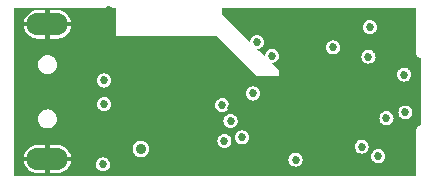
<source format=gbr>
%TF.GenerationSoftware,KiCad,Pcbnew,(6.0.7)*%
%TF.CreationDate,2023-03-11T05:38:16-08:00*%
%TF.ProjectId,ESP_SoC,4553505f-536f-4432-9e6b-696361645f70,rev?*%
%TF.SameCoordinates,Original*%
%TF.FileFunction,Copper,L2,Inr*%
%TF.FilePolarity,Positive*%
%FSLAX46Y46*%
G04 Gerber Fmt 4.6, Leading zero omitted, Abs format (unit mm)*
G04 Created by KiCad (PCBNEW (6.0.7)) date 2023-03-11 05:38:16*
%MOMM*%
%LPD*%
G01*
G04 APERTURE LIST*
%TA.AperFunction,ComponentPad*%
%ADD10O,3.500000X1.900000*%
%TD*%
%TA.AperFunction,ViaPad*%
%ADD11C,0.685800*%
%TD*%
%TA.AperFunction,ViaPad*%
%ADD12C,0.889000*%
%TD*%
G04 APERTURE END LIST*
D10*
%TO.N,GND*%
%TO.C,J1*%
X101600000Y-104450000D03*
X101600000Y-93050000D03*
%TD*%
D11*
%TO.N,+3V3*%
X125800000Y-95000000D03*
X118079000Y-102621000D03*
X116400000Y-99900000D03*
X119337156Y-94518432D03*
X122600000Y-104500000D03*
X116580000Y-102900000D03*
X128900000Y-93300000D03*
X119000000Y-98900000D03*
X120600000Y-95700000D03*
X117100000Y-101226500D03*
%TO.N,GND*%
X117800000Y-93000000D03*
X106800000Y-92700000D03*
X117178019Y-100133500D03*
X104700000Y-104500000D03*
D12*
X122750000Y-98500000D03*
D11*
X131000000Y-94500000D03*
X126700000Y-94500000D03*
X106800000Y-91800000D03*
X112800000Y-94500000D03*
D12*
X124000000Y-99750000D03*
D11*
X106800000Y-93600000D03*
X107800000Y-94500000D03*
D12*
X122750000Y-101000000D03*
D11*
X107700000Y-101100000D03*
X117400000Y-96100000D03*
X115000000Y-101226500D03*
X131000000Y-92300000D03*
X126700000Y-92300000D03*
X113000000Y-97800000D03*
X115300000Y-99900000D03*
D12*
X124000000Y-98500000D03*
D11*
X113800000Y-94500000D03*
X117000000Y-92200000D03*
X109800000Y-94500000D03*
X119875000Y-104499500D03*
X114800000Y-94500000D03*
D12*
X124000000Y-101000000D03*
D11*
X118800000Y-97400000D03*
X108800000Y-94500000D03*
D12*
X125250000Y-98500000D03*
D11*
X106800000Y-94500000D03*
D12*
X122750000Y-99750000D03*
X125250000Y-101000000D03*
D11*
X111800000Y-94500000D03*
X129750000Y-98750000D03*
X118600000Y-93800000D03*
D12*
X125250000Y-99750000D03*
D11*
X108800000Y-97800000D03*
X112800000Y-101226500D03*
X116700000Y-95400000D03*
X110800000Y-94500000D03*
X119875000Y-103000000D03*
X130700000Y-103800000D03*
%TO.N,+5V*%
X106300000Y-104900000D03*
%TO.N,USB_D-*%
X106400000Y-99800000D03*
X129600000Y-104200000D03*
%TO.N,USB_D+*%
X128200000Y-103400000D03*
X106400000Y-97800000D03*
%TO.N,Net-(P1-PadB5)*%
X130300000Y-101000000D03*
%TO.N,Net-(D2-Pad2)*%
X128775000Y-95775000D03*
X131800000Y-97300000D03*
D12*
X109500000Y-103600000D03*
D11*
X131900000Y-100500000D03*
%TD*%
%TA.AperFunction,Conductor*%
%TO.N,GND*%
G36*
X107425459Y-91655333D02*
G01*
X107430292Y-91667017D01*
X107427956Y-93940306D01*
X107427896Y-93998552D01*
X107431154Y-93998572D01*
X107431155Y-93998572D01*
X115943296Y-94049960D01*
X115954777Y-94054707D01*
X118560457Y-96622068D01*
X119350000Y-97400000D01*
X121200000Y-97400000D01*
X121200000Y-97300000D01*
X131201480Y-97300000D01*
X131201621Y-97301071D01*
X131214519Y-97399038D01*
X131221874Y-97454908D01*
X131281666Y-97599260D01*
X131282326Y-97600120D01*
X131282327Y-97600122D01*
X131364331Y-97706991D01*
X131376782Y-97723218D01*
X131377637Y-97723874D01*
X131499878Y-97817673D01*
X131499880Y-97817674D01*
X131500740Y-97818334D01*
X131645092Y-97878126D01*
X131646157Y-97878266D01*
X131646160Y-97878267D01*
X131798929Y-97898379D01*
X131800000Y-97898520D01*
X131801071Y-97898379D01*
X131953840Y-97878267D01*
X131953843Y-97878266D01*
X131954908Y-97878126D01*
X132099260Y-97818334D01*
X132100120Y-97817674D01*
X132100122Y-97817673D01*
X132222363Y-97723874D01*
X132223218Y-97723218D01*
X132235669Y-97706991D01*
X132317673Y-97600122D01*
X132317674Y-97600120D01*
X132318334Y-97599260D01*
X132378126Y-97454908D01*
X132385482Y-97399038D01*
X132398379Y-97301071D01*
X132398520Y-97300000D01*
X132392003Y-97250500D01*
X132378267Y-97146160D01*
X132378266Y-97146157D01*
X132378126Y-97145092D01*
X132318334Y-97000740D01*
X132283561Y-96955422D01*
X132223874Y-96877637D01*
X132223218Y-96876782D01*
X132128257Y-96803916D01*
X132100122Y-96782327D01*
X132100120Y-96782326D01*
X132099260Y-96781666D01*
X131954908Y-96721874D01*
X131953843Y-96721734D01*
X131953840Y-96721733D01*
X131801071Y-96701621D01*
X131800000Y-96701480D01*
X131798929Y-96701621D01*
X131646160Y-96721733D01*
X131646157Y-96721734D01*
X131645092Y-96721874D01*
X131500740Y-96781666D01*
X131499880Y-96782326D01*
X131499878Y-96782327D01*
X131471743Y-96803916D01*
X131376782Y-96876782D01*
X131376126Y-96877637D01*
X131316440Y-96955422D01*
X131281666Y-97000740D01*
X131221874Y-97145092D01*
X131221734Y-97146157D01*
X131221733Y-97146160D01*
X131207997Y-97250500D01*
X131201480Y-97300000D01*
X121200000Y-97300000D01*
X121200000Y-96949990D01*
X120559860Y-96323187D01*
X120554905Y-96311572D01*
X120559615Y-96299854D01*
X120571230Y-96294899D01*
X120573558Y-96295039D01*
X120598929Y-96298379D01*
X120600000Y-96298520D01*
X120601071Y-96298379D01*
X120753840Y-96278267D01*
X120753843Y-96278266D01*
X120754908Y-96278126D01*
X120899260Y-96218334D01*
X120900120Y-96217674D01*
X120900122Y-96217673D01*
X121022363Y-96123874D01*
X121023218Y-96123218D01*
X121118334Y-95999260D01*
X121137063Y-95954045D01*
X121177713Y-95855905D01*
X121178126Y-95854908D01*
X121180995Y-95833121D01*
X121188646Y-95775000D01*
X128176480Y-95775000D01*
X128176621Y-95776071D01*
X128196475Y-95926874D01*
X128196874Y-95929908D01*
X128256666Y-96074260D01*
X128257326Y-96075120D01*
X128257327Y-96075122D01*
X128294736Y-96123874D01*
X128351782Y-96198218D01*
X128352637Y-96198874D01*
X128474878Y-96292673D01*
X128474880Y-96292674D01*
X128475740Y-96293334D01*
X128620092Y-96353126D01*
X128621157Y-96353266D01*
X128621160Y-96353267D01*
X128773929Y-96373379D01*
X128775000Y-96373520D01*
X128776071Y-96373379D01*
X128928840Y-96353267D01*
X128928843Y-96353266D01*
X128929908Y-96353126D01*
X129074260Y-96293334D01*
X129075120Y-96292674D01*
X129075122Y-96292673D01*
X129197363Y-96198874D01*
X129198218Y-96198218D01*
X129255264Y-96123874D01*
X129292673Y-96075122D01*
X129292674Y-96075120D01*
X129293334Y-96074260D01*
X129353126Y-95929908D01*
X129353526Y-95926874D01*
X129373379Y-95776071D01*
X129373520Y-95775000D01*
X129369710Y-95746061D01*
X129353267Y-95621160D01*
X129353266Y-95621157D01*
X129353126Y-95620092D01*
X129313023Y-95523273D01*
X129293750Y-95476744D01*
X129293750Y-95476743D01*
X129293334Y-95475740D01*
X129273200Y-95449500D01*
X129198874Y-95352637D01*
X129198218Y-95351782D01*
X129129770Y-95299260D01*
X129075122Y-95257327D01*
X129075120Y-95257326D01*
X129074260Y-95256666D01*
X128929908Y-95196874D01*
X128928843Y-95196734D01*
X128928840Y-95196733D01*
X128776071Y-95176621D01*
X128775000Y-95176480D01*
X128773929Y-95176621D01*
X128621160Y-95196733D01*
X128621157Y-95196734D01*
X128620092Y-95196874D01*
X128475740Y-95256666D01*
X128474880Y-95257326D01*
X128474878Y-95257327D01*
X128420230Y-95299260D01*
X128351782Y-95351782D01*
X128351126Y-95352637D01*
X128276801Y-95449500D01*
X128256666Y-95475740D01*
X128256250Y-95476743D01*
X128256250Y-95476744D01*
X128236977Y-95523273D01*
X128196874Y-95620092D01*
X128196734Y-95621157D01*
X128196733Y-95621160D01*
X128180290Y-95746061D01*
X128176480Y-95775000D01*
X121188646Y-95775000D01*
X121198379Y-95701071D01*
X121198520Y-95700000D01*
X121194163Y-95666907D01*
X121178267Y-95546160D01*
X121178266Y-95546157D01*
X121178126Y-95545092D01*
X121138531Y-95449500D01*
X121118750Y-95401744D01*
X121118750Y-95401743D01*
X121118334Y-95400740D01*
X121100057Y-95376920D01*
X121023874Y-95277637D01*
X121023218Y-95276782D01*
X120918896Y-95196733D01*
X120900122Y-95182327D01*
X120900120Y-95182326D01*
X120899260Y-95181666D01*
X120832082Y-95153840D01*
X120755905Y-95122287D01*
X120754908Y-95121874D01*
X120753843Y-95121734D01*
X120753840Y-95121733D01*
X120601071Y-95101621D01*
X120600000Y-95101480D01*
X120598929Y-95101621D01*
X120446160Y-95121733D01*
X120446157Y-95121734D01*
X120445092Y-95121874D01*
X120444095Y-95122287D01*
X120367919Y-95153840D01*
X120300740Y-95181666D01*
X120299880Y-95182326D01*
X120299878Y-95182327D01*
X120281104Y-95196733D01*
X120176782Y-95276782D01*
X120176126Y-95277637D01*
X120099944Y-95376920D01*
X120081666Y-95400740D01*
X120081250Y-95401743D01*
X120081250Y-95401744D01*
X120061469Y-95449500D01*
X120021874Y-95545092D01*
X120021734Y-95546157D01*
X120021733Y-95546160D01*
X120005837Y-95666907D01*
X120001480Y-95700000D01*
X120001621Y-95701071D01*
X120006796Y-95740379D01*
X120003527Y-95752578D01*
X119992591Y-95758892D01*
X119980392Y-95755623D01*
X119978893Y-95754322D01*
X119513123Y-95298256D01*
X119353278Y-95141741D01*
X119348323Y-95130126D01*
X119353033Y-95118408D01*
X119362667Y-95113593D01*
X119416496Y-95106507D01*
X119490996Y-95096699D01*
X119490999Y-95096698D01*
X119492064Y-95096558D01*
X119636416Y-95036766D01*
X119637276Y-95036106D01*
X119637278Y-95036105D01*
X119684331Y-95000000D01*
X125201480Y-95000000D01*
X125201621Y-95001071D01*
X125220141Y-95141741D01*
X125221874Y-95154908D01*
X125222287Y-95155905D01*
X125272710Y-95277637D01*
X125281666Y-95299260D01*
X125376782Y-95423218D01*
X125377637Y-95423874D01*
X125499878Y-95517673D01*
X125499880Y-95517674D01*
X125500740Y-95518334D01*
X125501743Y-95518750D01*
X125501744Y-95518750D01*
X125615928Y-95566046D01*
X125645092Y-95578126D01*
X125646157Y-95578266D01*
X125646160Y-95578267D01*
X125798929Y-95598379D01*
X125800000Y-95598520D01*
X125801071Y-95598379D01*
X125953840Y-95578267D01*
X125953843Y-95578266D01*
X125954908Y-95578126D01*
X125984072Y-95566046D01*
X126098256Y-95518750D01*
X126098257Y-95518750D01*
X126099260Y-95518334D01*
X126100120Y-95517674D01*
X126100122Y-95517673D01*
X126222363Y-95423874D01*
X126223218Y-95423218D01*
X126318334Y-95299260D01*
X126327291Y-95277637D01*
X126377713Y-95155905D01*
X126378126Y-95154908D01*
X126379860Y-95141741D01*
X126398379Y-95001071D01*
X126398520Y-95000000D01*
X126398361Y-94998794D01*
X126378267Y-94846160D01*
X126378266Y-94846157D01*
X126378126Y-94845092D01*
X126318334Y-94700740D01*
X126298075Y-94674337D01*
X126223874Y-94577637D01*
X126223218Y-94576782D01*
X126179299Y-94543082D01*
X126100122Y-94482327D01*
X126100120Y-94482326D01*
X126099260Y-94481666D01*
X125954908Y-94421874D01*
X125953843Y-94421734D01*
X125953840Y-94421733D01*
X125801071Y-94401621D01*
X125800000Y-94401480D01*
X125798929Y-94401621D01*
X125646160Y-94421733D01*
X125646157Y-94421734D01*
X125645092Y-94421874D01*
X125500740Y-94481666D01*
X125499880Y-94482326D01*
X125499878Y-94482327D01*
X125420701Y-94543082D01*
X125376782Y-94576782D01*
X125376126Y-94577637D01*
X125301926Y-94674337D01*
X125281666Y-94700740D01*
X125221874Y-94845092D01*
X125221734Y-94846157D01*
X125221733Y-94846160D01*
X125201639Y-94998794D01*
X125201480Y-95000000D01*
X119684331Y-95000000D01*
X119759519Y-94942306D01*
X119760374Y-94941650D01*
X119833646Y-94846160D01*
X119854829Y-94818554D01*
X119854830Y-94818552D01*
X119855490Y-94817692D01*
X119915282Y-94673340D01*
X119928081Y-94576126D01*
X119935535Y-94519503D01*
X119935676Y-94518432D01*
X119930781Y-94481250D01*
X119915423Y-94364592D01*
X119915422Y-94364589D01*
X119915282Y-94363524D01*
X119867861Y-94249038D01*
X119855906Y-94220176D01*
X119855906Y-94220175D01*
X119855490Y-94219172D01*
X119760374Y-94095214D01*
X119701398Y-94049960D01*
X119637278Y-94000759D01*
X119637276Y-94000758D01*
X119636416Y-94000098D01*
X119624763Y-93995271D01*
X119505929Y-93946049D01*
X119492064Y-93940306D01*
X119490999Y-93940166D01*
X119490996Y-93940165D01*
X119338227Y-93920053D01*
X119337156Y-93919912D01*
X119336085Y-93920053D01*
X119183316Y-93940165D01*
X119183313Y-93940166D01*
X119182248Y-93940306D01*
X119168383Y-93946049D01*
X119049550Y-93995271D01*
X119037896Y-94000098D01*
X119037036Y-94000758D01*
X119037034Y-94000759D01*
X118972914Y-94049960D01*
X118913938Y-94095214D01*
X118818822Y-94219172D01*
X118818406Y-94220175D01*
X118818406Y-94220176D01*
X118806451Y-94249038D01*
X118759030Y-94363524D01*
X118758890Y-94364589D01*
X118758889Y-94364592D01*
X118740442Y-94504716D01*
X118734128Y-94515652D01*
X118721929Y-94518921D01*
X118712539Y-94514351D01*
X117472351Y-93300000D01*
X128301480Y-93300000D01*
X128301621Y-93301071D01*
X128313531Y-93391533D01*
X128321874Y-93454908D01*
X128381666Y-93599260D01*
X128476782Y-93723218D01*
X128477637Y-93723874D01*
X128599878Y-93817673D01*
X128599880Y-93817674D01*
X128600740Y-93818334D01*
X128745092Y-93878126D01*
X128746157Y-93878266D01*
X128746160Y-93878267D01*
X128898929Y-93898379D01*
X128900000Y-93898520D01*
X128901071Y-93898379D01*
X129053840Y-93878267D01*
X129053843Y-93878266D01*
X129054908Y-93878126D01*
X129199260Y-93818334D01*
X129200120Y-93817674D01*
X129200122Y-93817673D01*
X129322363Y-93723874D01*
X129323218Y-93723218D01*
X129418334Y-93599260D01*
X129478126Y-93454908D01*
X129486470Y-93391533D01*
X129498379Y-93301071D01*
X129498520Y-93300000D01*
X129488773Y-93225962D01*
X129478267Y-93146160D01*
X129478266Y-93146157D01*
X129478126Y-93145092D01*
X129418334Y-93000740D01*
X129323218Y-92876782D01*
X129306991Y-92864331D01*
X129200122Y-92782327D01*
X129200120Y-92782326D01*
X129199260Y-92781666D01*
X129054908Y-92721874D01*
X129053843Y-92721734D01*
X129053840Y-92721733D01*
X128901071Y-92701621D01*
X128900000Y-92701480D01*
X128898929Y-92701621D01*
X128746160Y-92721733D01*
X128746157Y-92721734D01*
X128745092Y-92721874D01*
X128600740Y-92781666D01*
X128599880Y-92782326D01*
X128599878Y-92782327D01*
X128493009Y-92864331D01*
X128476782Y-92876782D01*
X128381666Y-93000740D01*
X128321874Y-93145092D01*
X128321734Y-93146157D01*
X128321733Y-93146160D01*
X128311227Y-93225962D01*
X128301480Y-93300000D01*
X117472351Y-93300000D01*
X117037537Y-92874245D01*
X116404956Y-92254843D01*
X116400000Y-92243054D01*
X116400000Y-91667000D01*
X116404833Y-91655333D01*
X116416500Y-91650500D01*
X132783000Y-91650500D01*
X132794667Y-91655333D01*
X132799500Y-91667000D01*
X132799500Y-95373701D01*
X132799183Y-95376919D01*
X132794592Y-95400000D01*
X132794909Y-95401594D01*
X132797744Y-95415847D01*
X132797957Y-95417218D01*
X132801277Y-95446683D01*
X132809907Y-95523273D01*
X132810214Y-95524149D01*
X132810214Y-95524151D01*
X132850574Y-95639494D01*
X132850576Y-95639498D01*
X132850879Y-95640364D01*
X132851369Y-95641144D01*
X132851370Y-95641146D01*
X132899111Y-95717125D01*
X132916879Y-95745403D01*
X133004597Y-95833121D01*
X133005385Y-95833616D01*
X133108854Y-95898630D01*
X133108856Y-95898631D01*
X133109636Y-95899121D01*
X133188950Y-95926874D01*
X133198366Y-95935289D01*
X133200000Y-95942448D01*
X133200000Y-101557552D01*
X133195167Y-101569219D01*
X133188951Y-101573125D01*
X133109636Y-101600879D01*
X133108856Y-101601369D01*
X133108854Y-101601370D01*
X133073996Y-101623273D01*
X133004597Y-101666879D01*
X132916879Y-101754597D01*
X132916384Y-101755385D01*
X132856652Y-101850449D01*
X132850879Y-101859636D01*
X132850576Y-101860502D01*
X132850574Y-101860506D01*
X132825165Y-101933121D01*
X132809907Y-101976727D01*
X132809803Y-101977652D01*
X132797957Y-102082782D01*
X132797744Y-102084153D01*
X132794592Y-102100000D01*
X132794909Y-102101594D01*
X132799183Y-102123080D01*
X132799500Y-102126299D01*
X132799500Y-105833000D01*
X132794667Y-105844667D01*
X132783000Y-105849500D01*
X98817000Y-105849500D01*
X98805333Y-105844667D01*
X98800500Y-105833000D01*
X98800500Y-104627320D01*
X99612796Y-104627320D01*
X99635795Y-104761170D01*
X99636185Y-104762622D01*
X99711994Y-104968115D01*
X99712646Y-104969480D01*
X99824628Y-105157706D01*
X99825525Y-105158940D01*
X99969933Y-105323605D01*
X99971032Y-105324648D01*
X100143041Y-105460249D01*
X100144302Y-105461068D01*
X100338146Y-105563054D01*
X100339532Y-105563628D01*
X100548720Y-105628583D01*
X100550182Y-105628894D01*
X100728021Y-105649943D01*
X100728998Y-105650000D01*
X101421717Y-105650000D01*
X101424038Y-105649038D01*
X101425000Y-105646717D01*
X101775000Y-105646717D01*
X101775962Y-105649038D01*
X101778283Y-105650000D01*
X102455569Y-105650000D01*
X102456327Y-105649965D01*
X102618871Y-105635030D01*
X102620343Y-105634757D01*
X102831165Y-105575299D01*
X102832558Y-105574764D01*
X103029007Y-105477886D01*
X103030288Y-105477101D01*
X103205788Y-105346049D01*
X103206914Y-105345034D01*
X103355588Y-105184200D01*
X103356505Y-105183006D01*
X103473387Y-104997759D01*
X103474069Y-104996419D01*
X103512536Y-104900000D01*
X105701480Y-104900000D01*
X105701621Y-104901071D01*
X105717114Y-105018750D01*
X105721874Y-105054908D01*
X105722287Y-105055905D01*
X105739939Y-105098520D01*
X105781666Y-105199260D01*
X105876782Y-105323218D01*
X105877637Y-105323874D01*
X105999878Y-105417673D01*
X105999880Y-105417674D01*
X106000740Y-105418334D01*
X106145092Y-105478126D01*
X106146157Y-105478266D01*
X106146160Y-105478267D01*
X106298929Y-105498379D01*
X106300000Y-105498520D01*
X106301071Y-105498379D01*
X106453840Y-105478267D01*
X106453843Y-105478266D01*
X106454908Y-105478126D01*
X106599260Y-105418334D01*
X106600120Y-105417674D01*
X106600122Y-105417673D01*
X106722363Y-105323874D01*
X106723218Y-105323218D01*
X106818334Y-105199260D01*
X106860062Y-105098520D01*
X106877713Y-105055905D01*
X106878126Y-105054908D01*
X106882887Y-105018750D01*
X106898379Y-104901071D01*
X106898520Y-104900000D01*
X106885371Y-104800122D01*
X106878267Y-104746160D01*
X106878266Y-104746157D01*
X106878126Y-104745092D01*
X106828781Y-104625962D01*
X106818750Y-104601744D01*
X106818750Y-104601743D01*
X106818334Y-104600740D01*
X106741034Y-104500000D01*
X122001480Y-104500000D01*
X122001621Y-104501071D01*
X122018369Y-104628283D01*
X122021874Y-104654908D01*
X122081666Y-104799260D01*
X122176782Y-104923218D01*
X122177637Y-104923874D01*
X122299878Y-105017673D01*
X122299880Y-105017674D01*
X122300740Y-105018334D01*
X122445092Y-105078126D01*
X122446157Y-105078266D01*
X122446160Y-105078267D01*
X122598929Y-105098379D01*
X122600000Y-105098520D01*
X122601071Y-105098379D01*
X122753840Y-105078267D01*
X122753843Y-105078266D01*
X122754908Y-105078126D01*
X122899260Y-105018334D01*
X122900120Y-105017674D01*
X122900122Y-105017673D01*
X123022363Y-104923874D01*
X123023218Y-104923218D01*
X123118334Y-104799260D01*
X123178126Y-104654908D01*
X123181632Y-104628283D01*
X123198379Y-104501071D01*
X123198520Y-104500000D01*
X123182941Y-104381666D01*
X123178267Y-104346160D01*
X123178266Y-104346157D01*
X123178126Y-104345092D01*
X123160120Y-104301621D01*
X123118750Y-104201744D01*
X123118750Y-104201743D01*
X123118334Y-104200740D01*
X123117766Y-104200000D01*
X129001480Y-104200000D01*
X129001621Y-104201071D01*
X129020582Y-104345092D01*
X129021874Y-104354908D01*
X129022287Y-104355905D01*
X129072710Y-104477637D01*
X129081666Y-104499260D01*
X129082326Y-104500120D01*
X129082327Y-104500122D01*
X129158873Y-104599878D01*
X129176782Y-104623218D01*
X129183383Y-104628283D01*
X129299878Y-104717673D01*
X129299880Y-104717674D01*
X129300740Y-104718334D01*
X129301743Y-104718750D01*
X129301744Y-104718750D01*
X129404156Y-104761170D01*
X129445092Y-104778126D01*
X129446157Y-104778266D01*
X129446160Y-104778267D01*
X129598929Y-104798379D01*
X129600000Y-104798520D01*
X129601071Y-104798379D01*
X129753840Y-104778267D01*
X129753843Y-104778266D01*
X129754908Y-104778126D01*
X129795844Y-104761170D01*
X129898256Y-104718750D01*
X129898257Y-104718750D01*
X129899260Y-104718334D01*
X129900120Y-104717674D01*
X129900122Y-104717673D01*
X130016617Y-104628283D01*
X130023218Y-104623218D01*
X130041127Y-104599878D01*
X130117673Y-104500122D01*
X130117674Y-104500120D01*
X130118334Y-104499260D01*
X130127291Y-104477637D01*
X130177713Y-104355905D01*
X130178126Y-104354908D01*
X130179419Y-104345092D01*
X130198379Y-104201071D01*
X130198520Y-104200000D01*
X130190276Y-104137378D01*
X130178267Y-104046160D01*
X130178266Y-104046157D01*
X130178126Y-104045092D01*
X130125622Y-103918334D01*
X130118750Y-103901744D01*
X130118750Y-103901743D01*
X130118334Y-103900740D01*
X130058850Y-103823218D01*
X130023874Y-103777637D01*
X130023218Y-103776782D01*
X129945301Y-103716994D01*
X129900122Y-103682327D01*
X129900120Y-103682326D01*
X129899260Y-103681666D01*
X129754908Y-103621874D01*
X129753843Y-103621734D01*
X129753840Y-103621733D01*
X129601071Y-103601621D01*
X129600000Y-103601480D01*
X129598929Y-103601621D01*
X129446160Y-103621733D01*
X129446157Y-103621734D01*
X129445092Y-103621874D01*
X129300740Y-103681666D01*
X129299880Y-103682326D01*
X129299878Y-103682327D01*
X129254699Y-103716994D01*
X129176782Y-103776782D01*
X129176126Y-103777637D01*
X129141151Y-103823218D01*
X129081666Y-103900740D01*
X129081250Y-103901743D01*
X129081250Y-103901744D01*
X129074378Y-103918334D01*
X129021874Y-104045092D01*
X129021734Y-104046157D01*
X129021733Y-104046160D01*
X129009724Y-104137378D01*
X129001480Y-104200000D01*
X123117766Y-104200000D01*
X123116945Y-104198929D01*
X123023874Y-104077637D01*
X123023218Y-104076782D01*
X122996964Y-104056637D01*
X122900122Y-103982327D01*
X122900120Y-103982326D01*
X122899260Y-103981666D01*
X122754908Y-103921874D01*
X122753843Y-103921734D01*
X122753840Y-103921733D01*
X122601071Y-103901621D01*
X122600000Y-103901480D01*
X122598929Y-103901621D01*
X122446160Y-103921733D01*
X122446157Y-103921734D01*
X122445092Y-103921874D01*
X122300740Y-103981666D01*
X122299880Y-103982326D01*
X122299878Y-103982327D01*
X122203036Y-104056637D01*
X122176782Y-104076782D01*
X122176126Y-104077637D01*
X122083056Y-104198929D01*
X122081666Y-104200740D01*
X122081250Y-104201743D01*
X122081250Y-104201744D01*
X122039880Y-104301621D01*
X122021874Y-104345092D01*
X122021734Y-104346157D01*
X122021733Y-104346160D01*
X122017059Y-104381666D01*
X122001480Y-104500000D01*
X106741034Y-104500000D01*
X106723218Y-104476782D01*
X106706991Y-104464331D01*
X106600122Y-104382327D01*
X106600120Y-104382326D01*
X106599260Y-104381666D01*
X106532082Y-104353840D01*
X106455905Y-104322287D01*
X106454908Y-104321874D01*
X106453843Y-104321734D01*
X106453840Y-104321733D01*
X106301071Y-104301621D01*
X106300000Y-104301480D01*
X106298929Y-104301621D01*
X106146160Y-104321733D01*
X106146157Y-104321734D01*
X106145092Y-104321874D01*
X106144095Y-104322287D01*
X106067919Y-104353840D01*
X106000740Y-104381666D01*
X105999880Y-104382326D01*
X105999878Y-104382327D01*
X105893009Y-104464331D01*
X105876782Y-104476782D01*
X105781666Y-104600740D01*
X105781250Y-104601743D01*
X105781250Y-104601744D01*
X105771219Y-104625962D01*
X105721874Y-104745092D01*
X105721734Y-104746157D01*
X105721733Y-104746160D01*
X105714629Y-104800122D01*
X105701480Y-104900000D01*
X103512536Y-104900000D01*
X103555230Y-104792987D01*
X103555661Y-104791533D01*
X103588147Y-104628219D01*
X103587656Y-104625755D01*
X103586527Y-104625000D01*
X101778283Y-104625000D01*
X101775962Y-104625962D01*
X101775000Y-104628283D01*
X101775000Y-105646717D01*
X101425000Y-105646717D01*
X101425000Y-104628283D01*
X101424038Y-104625962D01*
X101421717Y-104625000D01*
X99615680Y-104625000D01*
X99613359Y-104625962D01*
X99612796Y-104627320D01*
X98800500Y-104627320D01*
X98800500Y-104271781D01*
X99611853Y-104271781D01*
X99612344Y-104274245D01*
X99613473Y-104275000D01*
X101421717Y-104275000D01*
X101424038Y-104274038D01*
X101425000Y-104271717D01*
X101775000Y-104271717D01*
X101775962Y-104274038D01*
X101778283Y-104275000D01*
X103584320Y-104275000D01*
X103586641Y-104274038D01*
X103587204Y-104272680D01*
X103564205Y-104138830D01*
X103563815Y-104137378D01*
X103488006Y-103931885D01*
X103487354Y-103930520D01*
X103375372Y-103742294D01*
X103374475Y-103741060D01*
X103244339Y-103592669D01*
X108799933Y-103592669D01*
X108800042Y-103593657D01*
X108800042Y-103593659D01*
X108800906Y-103601480D01*
X108818393Y-103759870D01*
X108876202Y-103917841D01*
X108970024Y-104057463D01*
X108970758Y-104058131D01*
X108970759Y-104058132D01*
X109032233Y-104114069D01*
X109094442Y-104170675D01*
X109242274Y-104250941D01*
X109243230Y-104251192D01*
X109243233Y-104251193D01*
X109404026Y-104293377D01*
X109404031Y-104293378D01*
X109404985Y-104293628D01*
X109405972Y-104293644D01*
X109405976Y-104293644D01*
X109495574Y-104295051D01*
X109573181Y-104296270D01*
X109680383Y-104271717D01*
X109736188Y-104258936D01*
X109736190Y-104258935D01*
X109737152Y-104258715D01*
X109738032Y-104258273D01*
X109738036Y-104258271D01*
X109886547Y-104183577D01*
X109886546Y-104183577D01*
X109887432Y-104183132D01*
X110015345Y-104073884D01*
X110113507Y-103937278D01*
X110176250Y-103781201D01*
X110179286Y-103759870D01*
X110199875Y-103615197D01*
X110199875Y-103615195D01*
X110199951Y-103614662D01*
X110200105Y-103600000D01*
X110179896Y-103433002D01*
X110120436Y-103275644D01*
X110081766Y-103219379D01*
X110025722Y-103137833D01*
X110025719Y-103137829D01*
X110025157Y-103137012D01*
X110019925Y-103132350D01*
X109900303Y-103025772D01*
X109900304Y-103025772D01*
X109899559Y-103025109D01*
X109890854Y-103020500D01*
X109751776Y-102946862D01*
X109751773Y-102946861D01*
X109750895Y-102946396D01*
X109749932Y-102946154D01*
X109749929Y-102946153D01*
X109588710Y-102905658D01*
X109588709Y-102905658D01*
X109587746Y-102905416D01*
X109497994Y-102904946D01*
X109420521Y-102904540D01*
X109420520Y-102904540D01*
X109419532Y-102904535D01*
X109418571Y-102904766D01*
X109418569Y-102904766D01*
X109415862Y-102905416D01*
X109255963Y-102943804D01*
X109106483Y-103020957D01*
X108979721Y-103131538D01*
X108882995Y-103269165D01*
X108882633Y-103270094D01*
X108823057Y-103422899D01*
X108821890Y-103425891D01*
X108799933Y-103592669D01*
X103244339Y-103592669D01*
X103230067Y-103576395D01*
X103228968Y-103575352D01*
X103056959Y-103439751D01*
X103055698Y-103438932D01*
X102861854Y-103336946D01*
X102860468Y-103336372D01*
X102651280Y-103271417D01*
X102649818Y-103271106D01*
X102471979Y-103250057D01*
X102471002Y-103250000D01*
X101778283Y-103250000D01*
X101775962Y-103250962D01*
X101775000Y-103253283D01*
X101775000Y-104271717D01*
X101425000Y-104271717D01*
X101425000Y-103253283D01*
X101424038Y-103250962D01*
X101421717Y-103250000D01*
X100744431Y-103250000D01*
X100743673Y-103250035D01*
X100581129Y-103264970D01*
X100579657Y-103265243D01*
X100368835Y-103324701D01*
X100367442Y-103325236D01*
X100170993Y-103422114D01*
X100169712Y-103422899D01*
X99994212Y-103553951D01*
X99993086Y-103554966D01*
X99844412Y-103715800D01*
X99843495Y-103716994D01*
X99726613Y-103902241D01*
X99725931Y-103903581D01*
X99644770Y-104107013D01*
X99644339Y-104108467D01*
X99611853Y-104271781D01*
X98800500Y-104271781D01*
X98800500Y-102900000D01*
X115981480Y-102900000D01*
X115981621Y-102901071D01*
X116000467Y-103044218D01*
X116001874Y-103054908D01*
X116061666Y-103199260D01*
X116062326Y-103200120D01*
X116062327Y-103200122D01*
X116144331Y-103306991D01*
X116156782Y-103323218D01*
X116157637Y-103323874D01*
X116279878Y-103417673D01*
X116279880Y-103417674D01*
X116280740Y-103418334D01*
X116281743Y-103418750D01*
X116281744Y-103418750D01*
X116316152Y-103433002D01*
X116425092Y-103478126D01*
X116426157Y-103478266D01*
X116426160Y-103478267D01*
X116578929Y-103498379D01*
X116580000Y-103498520D01*
X116581071Y-103498379D01*
X116733840Y-103478267D01*
X116733843Y-103478266D01*
X116734908Y-103478126D01*
X116843848Y-103433002D01*
X116878256Y-103418750D01*
X116878257Y-103418750D01*
X116879260Y-103418334D01*
X116880120Y-103417674D01*
X116880122Y-103417673D01*
X116903154Y-103400000D01*
X127601480Y-103400000D01*
X127621874Y-103554908D01*
X127681666Y-103699260D01*
X127682326Y-103700120D01*
X127682327Y-103700122D01*
X127743782Y-103780211D01*
X127776782Y-103823218D01*
X127777637Y-103823874D01*
X127899878Y-103917673D01*
X127899880Y-103917674D01*
X127900740Y-103918334D01*
X128045092Y-103978126D01*
X128046157Y-103978266D01*
X128046160Y-103978267D01*
X128198929Y-103998379D01*
X128200000Y-103998520D01*
X128201071Y-103998379D01*
X128353840Y-103978267D01*
X128353843Y-103978266D01*
X128354908Y-103978126D01*
X128499260Y-103918334D01*
X128500120Y-103917674D01*
X128500122Y-103917673D01*
X128622363Y-103823874D01*
X128623218Y-103823218D01*
X128656218Y-103780211D01*
X128717673Y-103700122D01*
X128717674Y-103700120D01*
X128718334Y-103699260D01*
X128778126Y-103554908D01*
X128798520Y-103400000D01*
X128788498Y-103323874D01*
X128778267Y-103246160D01*
X128778266Y-103246157D01*
X128778126Y-103245092D01*
X128718334Y-103100740D01*
X128682347Y-103053840D01*
X128623874Y-102977637D01*
X128623218Y-102976782D01*
X128583618Y-102946396D01*
X128500122Y-102882327D01*
X128500120Y-102882326D01*
X128499260Y-102881666D01*
X128354908Y-102821874D01*
X128353843Y-102821734D01*
X128353840Y-102821733D01*
X128201071Y-102801621D01*
X128200000Y-102801480D01*
X128198929Y-102801621D01*
X128046160Y-102821733D01*
X128046157Y-102821734D01*
X128045092Y-102821874D01*
X127900740Y-102881666D01*
X127899880Y-102882326D01*
X127899878Y-102882327D01*
X127816382Y-102946396D01*
X127776782Y-102976782D01*
X127776126Y-102977637D01*
X127717654Y-103053840D01*
X127681666Y-103100740D01*
X127621874Y-103245092D01*
X127621734Y-103246157D01*
X127621733Y-103246160D01*
X127611502Y-103323874D01*
X127601480Y-103400000D01*
X116903154Y-103400000D01*
X117002363Y-103323874D01*
X117003218Y-103323218D01*
X117015669Y-103306991D01*
X117097673Y-103200122D01*
X117097674Y-103200120D01*
X117098334Y-103199260D01*
X117158126Y-103054908D01*
X117159534Y-103044218D01*
X117178379Y-102901071D01*
X117178520Y-102900000D01*
X117165550Y-102801480D01*
X117158267Y-102746160D01*
X117158266Y-102746157D01*
X117158126Y-102745092D01*
X117106726Y-102621000D01*
X117480480Y-102621000D01*
X117480621Y-102622071D01*
X117496958Y-102746160D01*
X117500874Y-102775908D01*
X117501287Y-102776905D01*
X117554153Y-102904535D01*
X117560666Y-102920260D01*
X117561326Y-102921120D01*
X117561327Y-102921122D01*
X117581078Y-102946862D01*
X117655782Y-103044218D01*
X117656637Y-103044874D01*
X117778878Y-103138673D01*
X117778880Y-103138674D01*
X117779740Y-103139334D01*
X117924092Y-103199126D01*
X117925157Y-103199266D01*
X117925160Y-103199267D01*
X118077929Y-103219379D01*
X118079000Y-103219520D01*
X118080071Y-103219379D01*
X118232840Y-103199267D01*
X118232843Y-103199266D01*
X118233908Y-103199126D01*
X118378260Y-103139334D01*
X118379120Y-103138674D01*
X118379122Y-103138673D01*
X118501363Y-103044874D01*
X118502218Y-103044218D01*
X118576922Y-102946862D01*
X118596673Y-102921122D01*
X118596674Y-102921120D01*
X118597334Y-102920260D01*
X118603848Y-102904535D01*
X118656713Y-102776905D01*
X118657126Y-102775908D01*
X118661043Y-102746160D01*
X118677379Y-102622071D01*
X118677520Y-102621000D01*
X118658646Y-102477637D01*
X118657267Y-102467160D01*
X118657266Y-102467157D01*
X118657126Y-102466092D01*
X118597334Y-102321740D01*
X118581897Y-102301621D01*
X118502874Y-102198637D01*
X118502218Y-102197782D01*
X118485991Y-102185331D01*
X118379122Y-102103327D01*
X118379120Y-102103326D01*
X118378260Y-102102666D01*
X118367976Y-102098406D01*
X118234905Y-102043287D01*
X118233908Y-102042874D01*
X118232843Y-102042734D01*
X118232840Y-102042733D01*
X118080071Y-102022621D01*
X118079000Y-102022480D01*
X118077929Y-102022621D01*
X117925160Y-102042733D01*
X117925157Y-102042734D01*
X117924092Y-102042874D01*
X117923095Y-102043287D01*
X117790025Y-102098406D01*
X117779740Y-102102666D01*
X117778880Y-102103326D01*
X117778878Y-102103327D01*
X117672009Y-102185331D01*
X117655782Y-102197782D01*
X117655126Y-102198637D01*
X117576104Y-102301621D01*
X117560666Y-102321740D01*
X117500874Y-102466092D01*
X117500734Y-102467157D01*
X117500733Y-102467160D01*
X117499354Y-102477637D01*
X117480480Y-102621000D01*
X117106726Y-102621000D01*
X117098334Y-102600740D01*
X117003218Y-102476782D01*
X116986991Y-102464331D01*
X116880122Y-102382327D01*
X116880120Y-102382326D01*
X116879260Y-102381666D01*
X116734908Y-102321874D01*
X116733843Y-102321734D01*
X116733840Y-102321733D01*
X116581071Y-102301621D01*
X116580000Y-102301480D01*
X116578929Y-102301621D01*
X116426160Y-102321733D01*
X116426157Y-102321734D01*
X116425092Y-102321874D01*
X116280740Y-102381666D01*
X116279880Y-102382326D01*
X116279878Y-102382327D01*
X116173009Y-102464331D01*
X116156782Y-102476782D01*
X116061666Y-102600740D01*
X116001874Y-102745092D01*
X116001734Y-102746157D01*
X116001733Y-102746160D01*
X115994450Y-102801480D01*
X115981480Y-102900000D01*
X98800500Y-102900000D01*
X98800500Y-101044376D01*
X100794455Y-101044376D01*
X100813227Y-101222983D01*
X100813524Y-101223855D01*
X100867499Y-101382405D01*
X100871103Y-101392993D01*
X100965206Y-101545955D01*
X100965854Y-101546617D01*
X100965855Y-101546618D01*
X100978869Y-101559907D01*
X101090859Y-101674268D01*
X101173355Y-101727433D01*
X101216728Y-101755385D01*
X101241817Y-101771554D01*
X101317558Y-101799121D01*
X101409714Y-101832664D01*
X101409718Y-101832665D01*
X101410578Y-101832978D01*
X101549283Y-101850500D01*
X101645155Y-101850500D01*
X101645606Y-101850449D01*
X101645613Y-101850449D01*
X101732242Y-101840732D01*
X101778472Y-101835546D01*
X101868449Y-101804213D01*
X101947204Y-101776788D01*
X101947207Y-101776787D01*
X101948073Y-101776485D01*
X101984154Y-101753939D01*
X102099596Y-101681803D01*
X102099597Y-101681802D01*
X102100375Y-101681316D01*
X102106968Y-101674769D01*
X102227151Y-101555422D01*
X102227153Y-101555419D01*
X102227807Y-101554770D01*
X102324037Y-101403136D01*
X102384281Y-101233951D01*
X102385169Y-101226500D01*
X116501480Y-101226500D01*
X116501621Y-101227571D01*
X116511173Y-101300122D01*
X116521874Y-101381408D01*
X116581666Y-101525760D01*
X116582326Y-101526620D01*
X116582327Y-101526622D01*
X116639073Y-101600575D01*
X116676782Y-101649718D01*
X116677637Y-101650374D01*
X116799878Y-101744173D01*
X116799880Y-101744174D01*
X116800740Y-101744834D01*
X116801743Y-101745250D01*
X116801744Y-101745250D01*
X116864034Y-101771051D01*
X116945092Y-101804626D01*
X116946157Y-101804766D01*
X116946160Y-101804767D01*
X117098929Y-101824879D01*
X117100000Y-101825020D01*
X117101071Y-101824879D01*
X117253840Y-101804767D01*
X117253843Y-101804766D01*
X117254908Y-101804626D01*
X117335966Y-101771051D01*
X117398256Y-101745250D01*
X117398257Y-101745250D01*
X117399260Y-101744834D01*
X117400120Y-101744174D01*
X117400122Y-101744173D01*
X117522363Y-101650374D01*
X117523218Y-101649718D01*
X117560927Y-101600575D01*
X117617673Y-101526622D01*
X117617674Y-101526620D01*
X117618334Y-101525760D01*
X117678126Y-101381408D01*
X117688828Y-101300122D01*
X117698379Y-101227571D01*
X117698520Y-101226500D01*
X117679005Y-101078267D01*
X117678267Y-101072660D01*
X117678266Y-101072657D01*
X117678126Y-101071592D01*
X117648472Y-101000000D01*
X129701480Y-101000000D01*
X129721874Y-101154908D01*
X129722287Y-101155905D01*
X129750433Y-101223855D01*
X129781666Y-101299260D01*
X129876782Y-101423218D01*
X129877637Y-101423874D01*
X129999878Y-101517673D01*
X129999880Y-101517674D01*
X130000740Y-101518334D01*
X130001743Y-101518750D01*
X130001744Y-101518750D01*
X130101107Y-101559907D01*
X130145092Y-101578126D01*
X130146157Y-101578266D01*
X130146160Y-101578267D01*
X130298929Y-101598379D01*
X130300000Y-101598520D01*
X130301071Y-101598379D01*
X130453840Y-101578267D01*
X130453843Y-101578266D01*
X130454908Y-101578126D01*
X130498893Y-101559907D01*
X130598256Y-101518750D01*
X130598257Y-101518750D01*
X130599260Y-101518334D01*
X130600120Y-101517674D01*
X130600122Y-101517673D01*
X130722363Y-101423874D01*
X130723218Y-101423218D01*
X130818334Y-101299260D01*
X130849568Y-101223855D01*
X130877713Y-101155905D01*
X130878126Y-101154908D01*
X130898520Y-101000000D01*
X130888941Y-100927240D01*
X130878267Y-100846160D01*
X130878266Y-100846157D01*
X130878126Y-100845092D01*
X130820930Y-100707007D01*
X130818750Y-100701744D01*
X130818750Y-100701743D01*
X130818334Y-100700740D01*
X130814762Y-100696084D01*
X130723874Y-100577637D01*
X130723218Y-100576782D01*
X130694616Y-100554835D01*
X130623154Y-100500000D01*
X131301480Y-100500000D01*
X131301621Y-100501071D01*
X131321014Y-100648374D01*
X131321874Y-100654908D01*
X131322287Y-100655905D01*
X131343128Y-100706219D01*
X131381666Y-100799260D01*
X131382326Y-100800120D01*
X131382327Y-100800122D01*
X131432249Y-100865181D01*
X131476782Y-100923218D01*
X131477637Y-100923874D01*
X131599878Y-101017673D01*
X131599880Y-101017674D01*
X131600740Y-101018334D01*
X131601743Y-101018750D01*
X131601744Y-101018750D01*
X131665828Y-101045294D01*
X131745092Y-101078126D01*
X131746157Y-101078266D01*
X131746160Y-101078267D01*
X131898929Y-101098379D01*
X131900000Y-101098520D01*
X131901071Y-101098379D01*
X132053840Y-101078267D01*
X132053843Y-101078266D01*
X132054908Y-101078126D01*
X132134172Y-101045294D01*
X132198256Y-101018750D01*
X132198257Y-101018750D01*
X132199260Y-101018334D01*
X132200120Y-101017674D01*
X132200122Y-101017673D01*
X132322363Y-100923874D01*
X132323218Y-100923218D01*
X132367751Y-100865181D01*
X132417673Y-100800122D01*
X132417674Y-100800120D01*
X132418334Y-100799260D01*
X132456873Y-100706219D01*
X132477713Y-100655905D01*
X132478126Y-100654908D01*
X132478987Y-100648374D01*
X132498379Y-100501071D01*
X132498520Y-100500000D01*
X132495586Y-100477713D01*
X132478267Y-100346160D01*
X132478266Y-100346157D01*
X132478126Y-100345092D01*
X132427645Y-100223218D01*
X132418750Y-100201744D01*
X132418750Y-100201743D01*
X132418334Y-100200740D01*
X132417199Y-100199260D01*
X132323874Y-100077637D01*
X132323218Y-100076782D01*
X132306991Y-100064331D01*
X132200122Y-99982327D01*
X132200120Y-99982326D01*
X132199260Y-99981666D01*
X132132082Y-99953840D01*
X132055905Y-99922287D01*
X132054908Y-99921874D01*
X132053843Y-99921734D01*
X132053840Y-99921733D01*
X131901071Y-99901621D01*
X131900000Y-99901480D01*
X131898929Y-99901621D01*
X131746160Y-99921733D01*
X131746157Y-99921734D01*
X131745092Y-99921874D01*
X131744095Y-99922287D01*
X131667919Y-99953840D01*
X131600740Y-99981666D01*
X131599880Y-99982326D01*
X131599878Y-99982327D01*
X131493009Y-100064331D01*
X131476782Y-100076782D01*
X131476126Y-100077637D01*
X131382802Y-100199260D01*
X131381666Y-100200740D01*
X131381250Y-100201743D01*
X131381250Y-100201744D01*
X131372355Y-100223218D01*
X131321874Y-100345092D01*
X131321734Y-100346157D01*
X131321733Y-100346160D01*
X131304414Y-100477713D01*
X131301480Y-100500000D01*
X130623154Y-100500000D01*
X130600122Y-100482327D01*
X130600120Y-100482326D01*
X130599260Y-100481666D01*
X130454908Y-100421874D01*
X130453843Y-100421734D01*
X130453840Y-100421733D01*
X130301071Y-100401621D01*
X130300000Y-100401480D01*
X130298929Y-100401621D01*
X130146160Y-100421733D01*
X130146157Y-100421734D01*
X130145092Y-100421874D01*
X130000740Y-100481666D01*
X129999880Y-100482326D01*
X129999878Y-100482327D01*
X129905384Y-100554835D01*
X129876782Y-100576782D01*
X129876126Y-100577637D01*
X129785239Y-100696084D01*
X129781666Y-100700740D01*
X129781250Y-100701743D01*
X129781250Y-100701744D01*
X129779070Y-100707007D01*
X129721874Y-100845092D01*
X129721734Y-100846157D01*
X129721733Y-100846160D01*
X129711059Y-100927240D01*
X129701480Y-101000000D01*
X117648472Y-101000000D01*
X117618334Y-100927240D01*
X117615752Y-100923874D01*
X117523874Y-100804137D01*
X117523218Y-100803282D01*
X117506991Y-100790831D01*
X117400122Y-100708827D01*
X117400120Y-100708826D01*
X117399260Y-100708166D01*
X117394560Y-100706219D01*
X117255905Y-100648787D01*
X117254908Y-100648374D01*
X117253843Y-100648234D01*
X117253840Y-100648233D01*
X117101071Y-100628121D01*
X117100000Y-100627980D01*
X117098929Y-100628121D01*
X116946160Y-100648233D01*
X116946157Y-100648234D01*
X116945092Y-100648374D01*
X116944095Y-100648787D01*
X116805441Y-100706219D01*
X116800740Y-100708166D01*
X116799880Y-100708826D01*
X116799878Y-100708827D01*
X116693009Y-100790831D01*
X116676782Y-100803282D01*
X116676126Y-100804137D01*
X116584249Y-100923874D01*
X116581666Y-100927240D01*
X116521874Y-101071592D01*
X116521734Y-101072657D01*
X116521733Y-101072660D01*
X116520995Y-101078267D01*
X116501480Y-101226500D01*
X102385169Y-101226500D01*
X102405545Y-101055624D01*
X102386773Y-100877017D01*
X102360596Y-100800122D01*
X102329195Y-100707881D01*
X102329193Y-100707877D01*
X102328897Y-100707007D01*
X102234794Y-100554045D01*
X102109141Y-100425732D01*
X101985670Y-100346160D01*
X101958964Y-100328949D01*
X101958962Y-100328948D01*
X101958183Y-100328446D01*
X101882442Y-100300879D01*
X101790286Y-100267336D01*
X101790282Y-100267335D01*
X101789422Y-100267022D01*
X101650717Y-100249500D01*
X101554845Y-100249500D01*
X101554394Y-100249551D01*
X101554387Y-100249551D01*
X101467758Y-100259268D01*
X101421528Y-100264454D01*
X101347789Y-100290132D01*
X101252796Y-100323212D01*
X101252793Y-100323213D01*
X101251927Y-100323515D01*
X101251150Y-100324001D01*
X101251149Y-100324001D01*
X101132120Y-100398379D01*
X101099625Y-100418684D01*
X101098973Y-100419331D01*
X101098971Y-100419333D01*
X100972849Y-100544578D01*
X100972847Y-100544581D01*
X100972193Y-100545230D01*
X100875963Y-100696864D01*
X100815719Y-100866049D01*
X100794455Y-101044376D01*
X98800500Y-101044376D01*
X98800500Y-99800000D01*
X105801480Y-99800000D01*
X105801621Y-99801071D01*
X105814859Y-99901621D01*
X105821874Y-99954908D01*
X105822287Y-99955905D01*
X105872710Y-100077637D01*
X105881666Y-100099260D01*
X105976782Y-100223218D01*
X105977637Y-100223874D01*
X106099878Y-100317673D01*
X106099880Y-100317674D01*
X106100740Y-100318334D01*
X106101743Y-100318750D01*
X106101744Y-100318750D01*
X106215928Y-100366046D01*
X106245092Y-100378126D01*
X106246157Y-100378266D01*
X106246160Y-100378267D01*
X106398929Y-100398379D01*
X106400000Y-100398520D01*
X106401071Y-100398379D01*
X106553840Y-100378267D01*
X106553843Y-100378266D01*
X106554908Y-100378126D01*
X106584072Y-100366046D01*
X106698256Y-100318750D01*
X106698257Y-100318750D01*
X106699260Y-100318334D01*
X106700120Y-100317674D01*
X106700122Y-100317673D01*
X106822363Y-100223874D01*
X106823218Y-100223218D01*
X106918334Y-100099260D01*
X106927291Y-100077637D01*
X106977713Y-99955905D01*
X106978126Y-99954908D01*
X106985142Y-99901621D01*
X106985355Y-99900000D01*
X115801480Y-99900000D01*
X115801621Y-99901071D01*
X115812319Y-99982327D01*
X115821874Y-100054908D01*
X115881666Y-100199260D01*
X115882326Y-100200120D01*
X115882327Y-100200122D01*
X115920265Y-100249564D01*
X115976782Y-100323218D01*
X115983182Y-100328129D01*
X116099878Y-100417673D01*
X116099880Y-100417674D01*
X116100740Y-100418334D01*
X116101743Y-100418750D01*
X116101744Y-100418750D01*
X116120196Y-100426393D01*
X116245092Y-100478126D01*
X116246157Y-100478266D01*
X116246160Y-100478267D01*
X116398929Y-100498379D01*
X116400000Y-100498520D01*
X116401071Y-100498379D01*
X116553840Y-100478267D01*
X116553843Y-100478266D01*
X116554908Y-100478126D01*
X116679804Y-100426393D01*
X116698256Y-100418750D01*
X116698257Y-100418750D01*
X116699260Y-100418334D01*
X116700120Y-100417674D01*
X116700122Y-100417673D01*
X116816818Y-100328129D01*
X116823218Y-100323218D01*
X116879735Y-100249564D01*
X116917673Y-100200122D01*
X116917674Y-100200120D01*
X116918334Y-100199260D01*
X116978126Y-100054908D01*
X116987682Y-99982327D01*
X116998379Y-99901071D01*
X116998520Y-99900000D01*
X116978126Y-99745092D01*
X116918334Y-99600740D01*
X116823218Y-99476782D01*
X116747047Y-99418334D01*
X116700122Y-99382327D01*
X116700120Y-99382326D01*
X116699260Y-99381666D01*
X116554908Y-99321874D01*
X116553843Y-99321734D01*
X116553840Y-99321733D01*
X116401071Y-99301621D01*
X116400000Y-99301480D01*
X116398929Y-99301621D01*
X116246160Y-99321733D01*
X116246157Y-99321734D01*
X116245092Y-99321874D01*
X116100740Y-99381666D01*
X116099880Y-99382326D01*
X116099878Y-99382327D01*
X116052953Y-99418334D01*
X115976782Y-99476782D01*
X115881666Y-99600740D01*
X115821874Y-99745092D01*
X115801480Y-99900000D01*
X106985355Y-99900000D01*
X106998379Y-99801071D01*
X106998520Y-99800000D01*
X106978126Y-99645092D01*
X106918334Y-99500740D01*
X106916523Y-99498379D01*
X106823874Y-99377637D01*
X106823218Y-99376782D01*
X106752298Y-99322363D01*
X106700122Y-99282327D01*
X106700120Y-99282326D01*
X106699260Y-99281666D01*
X106554908Y-99221874D01*
X106553843Y-99221734D01*
X106553840Y-99221733D01*
X106401071Y-99201621D01*
X106400000Y-99201480D01*
X106398929Y-99201621D01*
X106246160Y-99221733D01*
X106246157Y-99221734D01*
X106245092Y-99221874D01*
X106100740Y-99281666D01*
X106099880Y-99282326D01*
X106099878Y-99282327D01*
X106047702Y-99322363D01*
X105976782Y-99376782D01*
X105976126Y-99377637D01*
X105883478Y-99498379D01*
X105881666Y-99500740D01*
X105821874Y-99645092D01*
X105801480Y-99800000D01*
X98800500Y-99800000D01*
X98800500Y-98900000D01*
X118401480Y-98900000D01*
X118421874Y-99054908D01*
X118481666Y-99199260D01*
X118482326Y-99200120D01*
X118482327Y-99200122D01*
X118498910Y-99221733D01*
X118576782Y-99323218D01*
X118577637Y-99323874D01*
X118699878Y-99417673D01*
X118699880Y-99417674D01*
X118700740Y-99418334D01*
X118845092Y-99478126D01*
X118846157Y-99478266D01*
X118846160Y-99478267D01*
X118998929Y-99498379D01*
X119000000Y-99498520D01*
X119001071Y-99498379D01*
X119153840Y-99478267D01*
X119153843Y-99478266D01*
X119154908Y-99478126D01*
X119299260Y-99418334D01*
X119300120Y-99417674D01*
X119300122Y-99417673D01*
X119422363Y-99323874D01*
X119423218Y-99323218D01*
X119501090Y-99221733D01*
X119517673Y-99200122D01*
X119517674Y-99200120D01*
X119518334Y-99199260D01*
X119578126Y-99054908D01*
X119598520Y-98900000D01*
X119578126Y-98745092D01*
X119518334Y-98600740D01*
X119423218Y-98476782D01*
X119321041Y-98398379D01*
X119300122Y-98382327D01*
X119300120Y-98382326D01*
X119299260Y-98381666D01*
X119154908Y-98321874D01*
X119153843Y-98321734D01*
X119153840Y-98321733D01*
X119001071Y-98301621D01*
X119000000Y-98301480D01*
X118998929Y-98301621D01*
X118846160Y-98321733D01*
X118846157Y-98321734D01*
X118845092Y-98321874D01*
X118700740Y-98381666D01*
X118699880Y-98382326D01*
X118699878Y-98382327D01*
X118678959Y-98398379D01*
X118576782Y-98476782D01*
X118481666Y-98600740D01*
X118421874Y-98745092D01*
X118401480Y-98900000D01*
X98800500Y-98900000D01*
X98800500Y-97800000D01*
X105801480Y-97800000D01*
X105821874Y-97954908D01*
X105881666Y-98099260D01*
X105976782Y-98223218D01*
X105977637Y-98223874D01*
X106099878Y-98317673D01*
X106099880Y-98317674D01*
X106100740Y-98318334D01*
X106245092Y-98378126D01*
X106246157Y-98378266D01*
X106246160Y-98378267D01*
X106398929Y-98398379D01*
X106400000Y-98398520D01*
X106401071Y-98398379D01*
X106553840Y-98378267D01*
X106553843Y-98378266D01*
X106554908Y-98378126D01*
X106699260Y-98318334D01*
X106700120Y-98317674D01*
X106700122Y-98317673D01*
X106822363Y-98223874D01*
X106823218Y-98223218D01*
X106918334Y-98099260D01*
X106978126Y-97954908D01*
X106998520Y-97800000D01*
X106988498Y-97723874D01*
X106978267Y-97646160D01*
X106978266Y-97646157D01*
X106978126Y-97645092D01*
X106918334Y-97500740D01*
X106882347Y-97453840D01*
X106823874Y-97377637D01*
X106823218Y-97376782D01*
X106806991Y-97364331D01*
X106700122Y-97282327D01*
X106700120Y-97282326D01*
X106699260Y-97281666D01*
X106623864Y-97250436D01*
X106555905Y-97222287D01*
X106554908Y-97221874D01*
X106553843Y-97221734D01*
X106553840Y-97221733D01*
X106401071Y-97201621D01*
X106400000Y-97201480D01*
X106398929Y-97201621D01*
X106246160Y-97221733D01*
X106246157Y-97221734D01*
X106245092Y-97221874D01*
X106244095Y-97222287D01*
X106176137Y-97250436D01*
X106100740Y-97281666D01*
X106099880Y-97282326D01*
X106099878Y-97282327D01*
X105993009Y-97364331D01*
X105976782Y-97376782D01*
X105976126Y-97377637D01*
X105917654Y-97453840D01*
X105881666Y-97500740D01*
X105821874Y-97645092D01*
X105821734Y-97646157D01*
X105821733Y-97646160D01*
X105811502Y-97723874D01*
X105801480Y-97800000D01*
X98800500Y-97800000D01*
X98800500Y-96444376D01*
X100794455Y-96444376D01*
X100813227Y-96622983D01*
X100813524Y-96623855D01*
X100839998Y-96701621D01*
X100871103Y-96792993D01*
X100965206Y-96945955D01*
X100965854Y-96946617D01*
X100965855Y-96946618D01*
X100969157Y-96949990D01*
X101090859Y-97074268D01*
X101241817Y-97171554D01*
X101317558Y-97199121D01*
X101409714Y-97232664D01*
X101409718Y-97232665D01*
X101410578Y-97232978D01*
X101549283Y-97250500D01*
X101645155Y-97250500D01*
X101645606Y-97250449D01*
X101645613Y-97250449D01*
X101732242Y-97240732D01*
X101778472Y-97235546D01*
X101876297Y-97201480D01*
X101947204Y-97176788D01*
X101947207Y-97176787D01*
X101948073Y-97176485D01*
X101996603Y-97146160D01*
X102099596Y-97081803D01*
X102099597Y-97081802D01*
X102100375Y-97081316D01*
X102106968Y-97074769D01*
X102227151Y-96955422D01*
X102227153Y-96955419D01*
X102227807Y-96954770D01*
X102324037Y-96803136D01*
X102384281Y-96633951D01*
X102405545Y-96455624D01*
X102386773Y-96277017D01*
X102359657Y-96197363D01*
X102329195Y-96107881D01*
X102329193Y-96107877D01*
X102328897Y-96107007D01*
X102234794Y-95954045D01*
X102231323Y-95950500D01*
X102136666Y-95853840D01*
X102109141Y-95825732D01*
X102005426Y-95758892D01*
X101958964Y-95728949D01*
X101958962Y-95728948D01*
X101958183Y-95728446D01*
X101877086Y-95698929D01*
X101790286Y-95667336D01*
X101790282Y-95667335D01*
X101789422Y-95667022D01*
X101650717Y-95649500D01*
X101554845Y-95649500D01*
X101554394Y-95649551D01*
X101554387Y-95649551D01*
X101467758Y-95659268D01*
X101421528Y-95664454D01*
X101347789Y-95690132D01*
X101252796Y-95723212D01*
X101252793Y-95723213D01*
X101251927Y-95723515D01*
X101251150Y-95724001D01*
X101251149Y-95724001D01*
X101200544Y-95755623D01*
X101099625Y-95818684D01*
X101098973Y-95819331D01*
X101098971Y-95819333D01*
X100972849Y-95944578D01*
X100972847Y-95944581D01*
X100972193Y-95945230D01*
X100875963Y-96096864D01*
X100875654Y-96097732D01*
X100832710Y-96218334D01*
X100815719Y-96266049D01*
X100794455Y-96444376D01*
X98800500Y-96444376D01*
X98800500Y-93227320D01*
X99612796Y-93227320D01*
X99635795Y-93361170D01*
X99636185Y-93362622D01*
X99711994Y-93568115D01*
X99712646Y-93569480D01*
X99824628Y-93757706D01*
X99825525Y-93758940D01*
X99969933Y-93923605D01*
X99971032Y-93924648D01*
X100143041Y-94060249D01*
X100144302Y-94061068D01*
X100338146Y-94163054D01*
X100339532Y-94163628D01*
X100548720Y-94228583D01*
X100550182Y-94228894D01*
X100728021Y-94249943D01*
X100728998Y-94250000D01*
X101421717Y-94250000D01*
X101424038Y-94249038D01*
X101425000Y-94246717D01*
X101775000Y-94246717D01*
X101775962Y-94249038D01*
X101778283Y-94250000D01*
X102455569Y-94250000D01*
X102456327Y-94249965D01*
X102618871Y-94235030D01*
X102620343Y-94234757D01*
X102831165Y-94175299D01*
X102832558Y-94174764D01*
X103029007Y-94077886D01*
X103030288Y-94077101D01*
X103205788Y-93946049D01*
X103206914Y-93945034D01*
X103355588Y-93784200D01*
X103356505Y-93783006D01*
X103473387Y-93597759D01*
X103474069Y-93596419D01*
X103555230Y-93392987D01*
X103555661Y-93391533D01*
X103588147Y-93228219D01*
X103587656Y-93225755D01*
X103586527Y-93225000D01*
X101778283Y-93225000D01*
X101775962Y-93225962D01*
X101775000Y-93228283D01*
X101775000Y-94246717D01*
X101425000Y-94246717D01*
X101425000Y-93228283D01*
X101424038Y-93225962D01*
X101421717Y-93225000D01*
X99615680Y-93225000D01*
X99613359Y-93225962D01*
X99612796Y-93227320D01*
X98800500Y-93227320D01*
X98800500Y-92871781D01*
X99611853Y-92871781D01*
X99612344Y-92874245D01*
X99613473Y-92875000D01*
X101421717Y-92875000D01*
X101424038Y-92874038D01*
X101425000Y-92871717D01*
X101775000Y-92871717D01*
X101775962Y-92874038D01*
X101778283Y-92875000D01*
X103584320Y-92875000D01*
X103586641Y-92874038D01*
X103587204Y-92872680D01*
X103564205Y-92738830D01*
X103563815Y-92737378D01*
X103488006Y-92531885D01*
X103487354Y-92530520D01*
X103375372Y-92342294D01*
X103374475Y-92341060D01*
X103230067Y-92176395D01*
X103228968Y-92175352D01*
X103056959Y-92039751D01*
X103055698Y-92038932D01*
X102861854Y-91936946D01*
X102860468Y-91936372D01*
X102651280Y-91871417D01*
X102649818Y-91871106D01*
X102471979Y-91850057D01*
X102471002Y-91850000D01*
X101778283Y-91850000D01*
X101775962Y-91850962D01*
X101775000Y-91853283D01*
X101775000Y-92871717D01*
X101425000Y-92871717D01*
X101425000Y-91853283D01*
X101424038Y-91850962D01*
X101421717Y-91850000D01*
X100744431Y-91850000D01*
X100743673Y-91850035D01*
X100581129Y-91864970D01*
X100579657Y-91865243D01*
X100368835Y-91924701D01*
X100367442Y-91925236D01*
X100170993Y-92022114D01*
X100169712Y-92022899D01*
X99994212Y-92153951D01*
X99993086Y-92154966D01*
X99844412Y-92315800D01*
X99843495Y-92316994D01*
X99726613Y-92502241D01*
X99725931Y-92503581D01*
X99644770Y-92707013D01*
X99644339Y-92708467D01*
X99611853Y-92871781D01*
X98800500Y-92871781D01*
X98800500Y-91667000D01*
X98805333Y-91655333D01*
X98817000Y-91650500D01*
X107413792Y-91650500D01*
X107425459Y-91655333D01*
G37*
%TD.AperFunction*%
%TD*%
M02*

</source>
